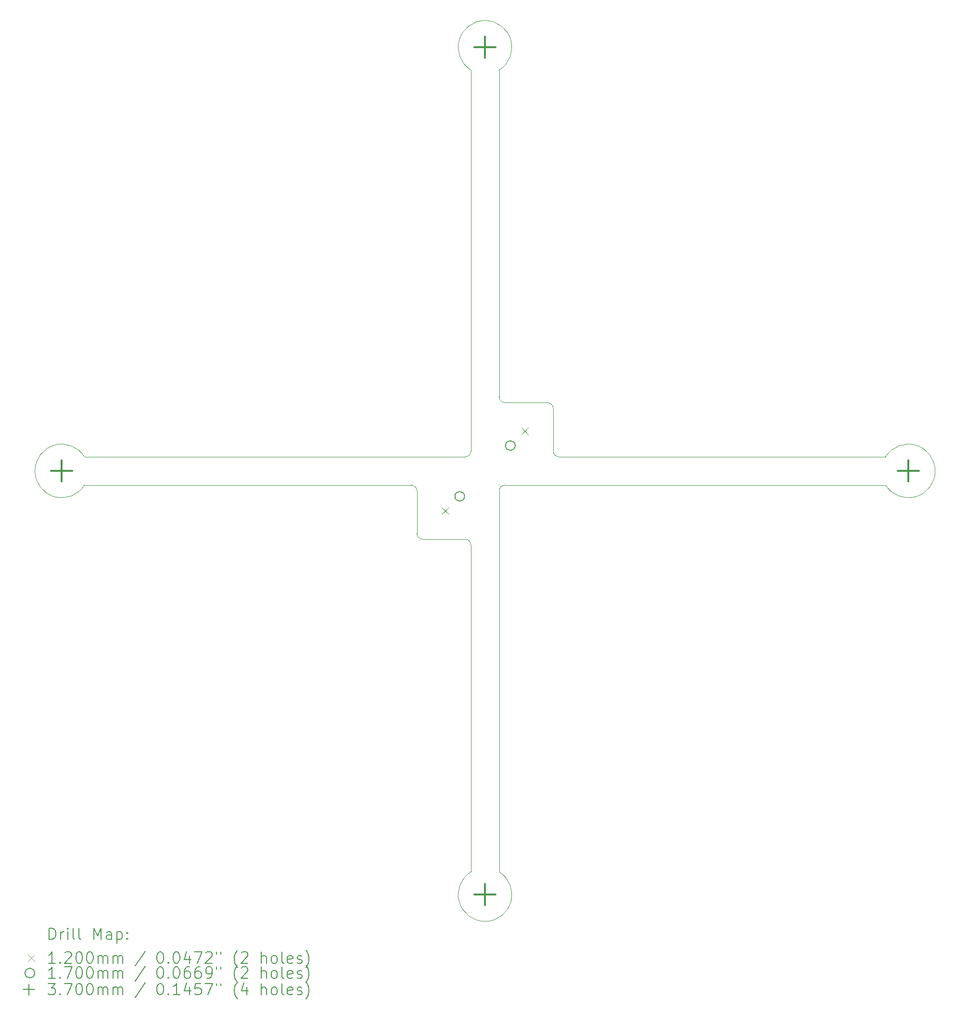
<source format=gbr>
%TF.GenerationSoftware,KiCad,Pcbnew,6.0.9+dfsg-1*%
%TF.CreationDate,2022-11-12T19:52:39+00:00*%
%TF.ProjectId,antenna,616e7465-6e6e-4612-9e6b-696361645f70,rev?*%
%TF.SameCoordinates,Original*%
%TF.FileFunction,Drillmap*%
%TF.FilePolarity,Positive*%
%FSLAX45Y45*%
G04 Gerber Fmt 4.5, Leading zero omitted, Abs format (unit mm)*
G04 Created by KiCad (PCBNEW 6.0.9+dfsg-1) date 2022-11-12 19:52:39*
%MOMM*%
%LPD*%
G01*
G04 APERTURE LIST*
%ADD10C,0.100000*%
%ADD11C,0.200000*%
%ADD12C,0.120000*%
%ADD13C,0.170000*%
%ADD14C,0.370000*%
G04 APERTURE END LIST*
D10*
X13750000Y-11200000D02*
X13750000Y-17900000D01*
X13750000Y-9550000D02*
G75*
G03*
X13850000Y-9650000I100000J0D01*
G01*
X14700000Y-9750000D02*
X14700000Y-10500000D01*
X14700000Y-10500000D02*
G75*
G03*
X14800000Y-10600000I100000J0D01*
G01*
X13250000Y-17900000D02*
G75*
G03*
X13750000Y-17900000I250000J-400000D01*
G01*
X13750000Y-3800000D02*
G75*
G03*
X13250000Y-3800000I-250000J400000D01*
G01*
X13250000Y-10500000D02*
X13250000Y-3800000D01*
X20550000Y-11100000D02*
G75*
G03*
X20550000Y-10600000I400000J250000D01*
G01*
X6450000Y-10600000D02*
G75*
G03*
X6450000Y-11100000I-400000J-250000D01*
G01*
X13250000Y-12150000D02*
G75*
G03*
X13150000Y-12050000I-100000J0D01*
G01*
X12200000Y-11100000D02*
X6450000Y-11100000D01*
X13850000Y-11100000D02*
G75*
G03*
X13750000Y-11200000I0J-100000D01*
G01*
X13150000Y-10600000D02*
G75*
G03*
X13250000Y-10500000I0J100000D01*
G01*
X13750000Y-3800000D02*
X13750000Y-9550000D01*
X20550000Y-11100000D02*
X13850000Y-11100000D01*
X13850000Y-9650000D02*
X14600000Y-9650000D01*
X12300000Y-11950000D02*
X12300000Y-11200000D01*
X12300000Y-11200000D02*
G75*
G03*
X12200000Y-11100000I-100000J0D01*
G01*
X14700000Y-9750000D02*
G75*
G03*
X14600000Y-9650000I-100000J0D01*
G01*
X12300000Y-11950000D02*
G75*
G03*
X12400000Y-12050000I100000J0D01*
G01*
X13150000Y-12050000D02*
X12400000Y-12050000D01*
X14800000Y-10600000D02*
X20550000Y-10600000D01*
X13250000Y-17900000D02*
X13250000Y-12150000D01*
X6450000Y-10600000D02*
X13150000Y-10600000D01*
D11*
D12*
X12740000Y-11490000D02*
X12860000Y-11610000D01*
X12860000Y-11490000D02*
X12740000Y-11610000D01*
X14140000Y-10090000D02*
X14260000Y-10210000D01*
X14260000Y-10090000D02*
X14140000Y-10210000D01*
D13*
X13139000Y-11296000D02*
G75*
G03*
X13139000Y-11296000I-85000J0D01*
G01*
X14031000Y-10404000D02*
G75*
G03*
X14031000Y-10404000I-85000J0D01*
G01*
D14*
X6050000Y-10665000D02*
X6050000Y-11035000D01*
X5865000Y-10850000D02*
X6235000Y-10850000D01*
X13500000Y-3215000D02*
X13500000Y-3585000D01*
X13315000Y-3400000D02*
X13685000Y-3400000D01*
X13500000Y-18115000D02*
X13500000Y-18485000D01*
X13315000Y-18300000D02*
X13685000Y-18300000D01*
X20950000Y-10665000D02*
X20950000Y-11035000D01*
X20765000Y-10850000D02*
X21135000Y-10850000D01*
D11*
X5830920Y-19087175D02*
X5830920Y-18887175D01*
X5878539Y-18887175D01*
X5907110Y-18896699D01*
X5926158Y-18915747D01*
X5935682Y-18934794D01*
X5945206Y-18972890D01*
X5945206Y-19001461D01*
X5935682Y-19039556D01*
X5926158Y-19058604D01*
X5907110Y-19077651D01*
X5878539Y-19087175D01*
X5830920Y-19087175D01*
X6030920Y-19087175D02*
X6030920Y-18953842D01*
X6030920Y-18991937D02*
X6040444Y-18972890D01*
X6049967Y-18963366D01*
X6069015Y-18953842D01*
X6088063Y-18953842D01*
X6154729Y-19087175D02*
X6154729Y-18953842D01*
X6154729Y-18887175D02*
X6145206Y-18896699D01*
X6154729Y-18906223D01*
X6164253Y-18896699D01*
X6154729Y-18887175D01*
X6154729Y-18906223D01*
X6278539Y-19087175D02*
X6259491Y-19077651D01*
X6249967Y-19058604D01*
X6249967Y-18887175D01*
X6383301Y-19087175D02*
X6364253Y-19077651D01*
X6354729Y-19058604D01*
X6354729Y-18887175D01*
X6611872Y-19087175D02*
X6611872Y-18887175D01*
X6678539Y-19030032D01*
X6745206Y-18887175D01*
X6745206Y-19087175D01*
X6926158Y-19087175D02*
X6926158Y-18982413D01*
X6916634Y-18963366D01*
X6897587Y-18953842D01*
X6859491Y-18953842D01*
X6840444Y-18963366D01*
X6926158Y-19077651D02*
X6907110Y-19087175D01*
X6859491Y-19087175D01*
X6840444Y-19077651D01*
X6830920Y-19058604D01*
X6830920Y-19039556D01*
X6840444Y-19020509D01*
X6859491Y-19010985D01*
X6907110Y-19010985D01*
X6926158Y-19001461D01*
X7021396Y-18953842D02*
X7021396Y-19153842D01*
X7021396Y-18963366D02*
X7040444Y-18953842D01*
X7078539Y-18953842D01*
X7097587Y-18963366D01*
X7107110Y-18972890D01*
X7116634Y-18991937D01*
X7116634Y-19049080D01*
X7107110Y-19068128D01*
X7097587Y-19077651D01*
X7078539Y-19087175D01*
X7040444Y-19087175D01*
X7021396Y-19077651D01*
X7202348Y-19068128D02*
X7211872Y-19077651D01*
X7202348Y-19087175D01*
X7192825Y-19077651D01*
X7202348Y-19068128D01*
X7202348Y-19087175D01*
X7202348Y-18963366D02*
X7211872Y-18972890D01*
X7202348Y-18982413D01*
X7192825Y-18972890D01*
X7202348Y-18963366D01*
X7202348Y-18982413D01*
D12*
X5453301Y-19356699D02*
X5573301Y-19476699D01*
X5573301Y-19356699D02*
X5453301Y-19476699D01*
D11*
X5935682Y-19507175D02*
X5821396Y-19507175D01*
X5878539Y-19507175D02*
X5878539Y-19307175D01*
X5859491Y-19335747D01*
X5840444Y-19354794D01*
X5821396Y-19364318D01*
X6021396Y-19488128D02*
X6030920Y-19497651D01*
X6021396Y-19507175D01*
X6011872Y-19497651D01*
X6021396Y-19488128D01*
X6021396Y-19507175D01*
X6107110Y-19326223D02*
X6116634Y-19316699D01*
X6135682Y-19307175D01*
X6183301Y-19307175D01*
X6202348Y-19316699D01*
X6211872Y-19326223D01*
X6221396Y-19345271D01*
X6221396Y-19364318D01*
X6211872Y-19392890D01*
X6097587Y-19507175D01*
X6221396Y-19507175D01*
X6345206Y-19307175D02*
X6364253Y-19307175D01*
X6383301Y-19316699D01*
X6392825Y-19326223D01*
X6402348Y-19345271D01*
X6411872Y-19383366D01*
X6411872Y-19430985D01*
X6402348Y-19469080D01*
X6392825Y-19488128D01*
X6383301Y-19497651D01*
X6364253Y-19507175D01*
X6345206Y-19507175D01*
X6326158Y-19497651D01*
X6316634Y-19488128D01*
X6307110Y-19469080D01*
X6297587Y-19430985D01*
X6297587Y-19383366D01*
X6307110Y-19345271D01*
X6316634Y-19326223D01*
X6326158Y-19316699D01*
X6345206Y-19307175D01*
X6535682Y-19307175D02*
X6554729Y-19307175D01*
X6573777Y-19316699D01*
X6583301Y-19326223D01*
X6592825Y-19345271D01*
X6602348Y-19383366D01*
X6602348Y-19430985D01*
X6592825Y-19469080D01*
X6583301Y-19488128D01*
X6573777Y-19497651D01*
X6554729Y-19507175D01*
X6535682Y-19507175D01*
X6516634Y-19497651D01*
X6507110Y-19488128D01*
X6497587Y-19469080D01*
X6488063Y-19430985D01*
X6488063Y-19383366D01*
X6497587Y-19345271D01*
X6507110Y-19326223D01*
X6516634Y-19316699D01*
X6535682Y-19307175D01*
X6688063Y-19507175D02*
X6688063Y-19373842D01*
X6688063Y-19392890D02*
X6697587Y-19383366D01*
X6716634Y-19373842D01*
X6745206Y-19373842D01*
X6764253Y-19383366D01*
X6773777Y-19402413D01*
X6773777Y-19507175D01*
X6773777Y-19402413D02*
X6783301Y-19383366D01*
X6802348Y-19373842D01*
X6830920Y-19373842D01*
X6849967Y-19383366D01*
X6859491Y-19402413D01*
X6859491Y-19507175D01*
X6954729Y-19507175D02*
X6954729Y-19373842D01*
X6954729Y-19392890D02*
X6964253Y-19383366D01*
X6983301Y-19373842D01*
X7011872Y-19373842D01*
X7030920Y-19383366D01*
X7040444Y-19402413D01*
X7040444Y-19507175D01*
X7040444Y-19402413D02*
X7049967Y-19383366D01*
X7069015Y-19373842D01*
X7097587Y-19373842D01*
X7116634Y-19383366D01*
X7126158Y-19402413D01*
X7126158Y-19507175D01*
X7516634Y-19297651D02*
X7345206Y-19554794D01*
X7773777Y-19307175D02*
X7792825Y-19307175D01*
X7811872Y-19316699D01*
X7821396Y-19326223D01*
X7830920Y-19345271D01*
X7840444Y-19383366D01*
X7840444Y-19430985D01*
X7830920Y-19469080D01*
X7821396Y-19488128D01*
X7811872Y-19497651D01*
X7792825Y-19507175D01*
X7773777Y-19507175D01*
X7754729Y-19497651D01*
X7745206Y-19488128D01*
X7735682Y-19469080D01*
X7726158Y-19430985D01*
X7726158Y-19383366D01*
X7735682Y-19345271D01*
X7745206Y-19326223D01*
X7754729Y-19316699D01*
X7773777Y-19307175D01*
X7926158Y-19488128D02*
X7935682Y-19497651D01*
X7926158Y-19507175D01*
X7916634Y-19497651D01*
X7926158Y-19488128D01*
X7926158Y-19507175D01*
X8059491Y-19307175D02*
X8078539Y-19307175D01*
X8097587Y-19316699D01*
X8107110Y-19326223D01*
X8116634Y-19345271D01*
X8126158Y-19383366D01*
X8126158Y-19430985D01*
X8116634Y-19469080D01*
X8107110Y-19488128D01*
X8097587Y-19497651D01*
X8078539Y-19507175D01*
X8059491Y-19507175D01*
X8040444Y-19497651D01*
X8030920Y-19488128D01*
X8021396Y-19469080D01*
X8011872Y-19430985D01*
X8011872Y-19383366D01*
X8021396Y-19345271D01*
X8030920Y-19326223D01*
X8040444Y-19316699D01*
X8059491Y-19307175D01*
X8297587Y-19373842D02*
X8297587Y-19507175D01*
X8249967Y-19297651D02*
X8202348Y-19440509D01*
X8326158Y-19440509D01*
X8383301Y-19307175D02*
X8516634Y-19307175D01*
X8430920Y-19507175D01*
X8583301Y-19326223D02*
X8592825Y-19316699D01*
X8611872Y-19307175D01*
X8659491Y-19307175D01*
X8678539Y-19316699D01*
X8688063Y-19326223D01*
X8697587Y-19345271D01*
X8697587Y-19364318D01*
X8688063Y-19392890D01*
X8573777Y-19507175D01*
X8697587Y-19507175D01*
X8773777Y-19307175D02*
X8773777Y-19345271D01*
X8849968Y-19307175D02*
X8849968Y-19345271D01*
X9145206Y-19583366D02*
X9135682Y-19573842D01*
X9116634Y-19545271D01*
X9107110Y-19526223D01*
X9097587Y-19497651D01*
X9088063Y-19450032D01*
X9088063Y-19411937D01*
X9097587Y-19364318D01*
X9107110Y-19335747D01*
X9116634Y-19316699D01*
X9135682Y-19288128D01*
X9145206Y-19278604D01*
X9211872Y-19326223D02*
X9221396Y-19316699D01*
X9240444Y-19307175D01*
X9288063Y-19307175D01*
X9307110Y-19316699D01*
X9316634Y-19326223D01*
X9326158Y-19345271D01*
X9326158Y-19364318D01*
X9316634Y-19392890D01*
X9202349Y-19507175D01*
X9326158Y-19507175D01*
X9564253Y-19507175D02*
X9564253Y-19307175D01*
X9649968Y-19507175D02*
X9649968Y-19402413D01*
X9640444Y-19383366D01*
X9621396Y-19373842D01*
X9592825Y-19373842D01*
X9573777Y-19383366D01*
X9564253Y-19392890D01*
X9773777Y-19507175D02*
X9754729Y-19497651D01*
X9745206Y-19488128D01*
X9735682Y-19469080D01*
X9735682Y-19411937D01*
X9745206Y-19392890D01*
X9754729Y-19383366D01*
X9773777Y-19373842D01*
X9802349Y-19373842D01*
X9821396Y-19383366D01*
X9830920Y-19392890D01*
X9840444Y-19411937D01*
X9840444Y-19469080D01*
X9830920Y-19488128D01*
X9821396Y-19497651D01*
X9802349Y-19507175D01*
X9773777Y-19507175D01*
X9954729Y-19507175D02*
X9935682Y-19497651D01*
X9926158Y-19478604D01*
X9926158Y-19307175D01*
X10107110Y-19497651D02*
X10088063Y-19507175D01*
X10049968Y-19507175D01*
X10030920Y-19497651D01*
X10021396Y-19478604D01*
X10021396Y-19402413D01*
X10030920Y-19383366D01*
X10049968Y-19373842D01*
X10088063Y-19373842D01*
X10107110Y-19383366D01*
X10116634Y-19402413D01*
X10116634Y-19421461D01*
X10021396Y-19440509D01*
X10192825Y-19497651D02*
X10211872Y-19507175D01*
X10249968Y-19507175D01*
X10269015Y-19497651D01*
X10278539Y-19478604D01*
X10278539Y-19469080D01*
X10269015Y-19450032D01*
X10249968Y-19440509D01*
X10221396Y-19440509D01*
X10202349Y-19430985D01*
X10192825Y-19411937D01*
X10192825Y-19402413D01*
X10202349Y-19383366D01*
X10221396Y-19373842D01*
X10249968Y-19373842D01*
X10269015Y-19383366D01*
X10345206Y-19583366D02*
X10354729Y-19573842D01*
X10373777Y-19545271D01*
X10383301Y-19526223D01*
X10392825Y-19497651D01*
X10402349Y-19450032D01*
X10402349Y-19411937D01*
X10392825Y-19364318D01*
X10383301Y-19335747D01*
X10373777Y-19316699D01*
X10354729Y-19288128D01*
X10345206Y-19278604D01*
D13*
X5573301Y-19680699D02*
G75*
G03*
X5573301Y-19680699I-85000J0D01*
G01*
D11*
X5935682Y-19771175D02*
X5821396Y-19771175D01*
X5878539Y-19771175D02*
X5878539Y-19571175D01*
X5859491Y-19599747D01*
X5840444Y-19618794D01*
X5821396Y-19628318D01*
X6021396Y-19752128D02*
X6030920Y-19761651D01*
X6021396Y-19771175D01*
X6011872Y-19761651D01*
X6021396Y-19752128D01*
X6021396Y-19771175D01*
X6097587Y-19571175D02*
X6230920Y-19571175D01*
X6145206Y-19771175D01*
X6345206Y-19571175D02*
X6364253Y-19571175D01*
X6383301Y-19580699D01*
X6392825Y-19590223D01*
X6402348Y-19609271D01*
X6411872Y-19647366D01*
X6411872Y-19694985D01*
X6402348Y-19733080D01*
X6392825Y-19752128D01*
X6383301Y-19761651D01*
X6364253Y-19771175D01*
X6345206Y-19771175D01*
X6326158Y-19761651D01*
X6316634Y-19752128D01*
X6307110Y-19733080D01*
X6297587Y-19694985D01*
X6297587Y-19647366D01*
X6307110Y-19609271D01*
X6316634Y-19590223D01*
X6326158Y-19580699D01*
X6345206Y-19571175D01*
X6535682Y-19571175D02*
X6554729Y-19571175D01*
X6573777Y-19580699D01*
X6583301Y-19590223D01*
X6592825Y-19609271D01*
X6602348Y-19647366D01*
X6602348Y-19694985D01*
X6592825Y-19733080D01*
X6583301Y-19752128D01*
X6573777Y-19761651D01*
X6554729Y-19771175D01*
X6535682Y-19771175D01*
X6516634Y-19761651D01*
X6507110Y-19752128D01*
X6497587Y-19733080D01*
X6488063Y-19694985D01*
X6488063Y-19647366D01*
X6497587Y-19609271D01*
X6507110Y-19590223D01*
X6516634Y-19580699D01*
X6535682Y-19571175D01*
X6688063Y-19771175D02*
X6688063Y-19637842D01*
X6688063Y-19656890D02*
X6697587Y-19647366D01*
X6716634Y-19637842D01*
X6745206Y-19637842D01*
X6764253Y-19647366D01*
X6773777Y-19666413D01*
X6773777Y-19771175D01*
X6773777Y-19666413D02*
X6783301Y-19647366D01*
X6802348Y-19637842D01*
X6830920Y-19637842D01*
X6849967Y-19647366D01*
X6859491Y-19666413D01*
X6859491Y-19771175D01*
X6954729Y-19771175D02*
X6954729Y-19637842D01*
X6954729Y-19656890D02*
X6964253Y-19647366D01*
X6983301Y-19637842D01*
X7011872Y-19637842D01*
X7030920Y-19647366D01*
X7040444Y-19666413D01*
X7040444Y-19771175D01*
X7040444Y-19666413D02*
X7049967Y-19647366D01*
X7069015Y-19637842D01*
X7097587Y-19637842D01*
X7116634Y-19647366D01*
X7126158Y-19666413D01*
X7126158Y-19771175D01*
X7516634Y-19561651D02*
X7345206Y-19818794D01*
X7773777Y-19571175D02*
X7792825Y-19571175D01*
X7811872Y-19580699D01*
X7821396Y-19590223D01*
X7830920Y-19609271D01*
X7840444Y-19647366D01*
X7840444Y-19694985D01*
X7830920Y-19733080D01*
X7821396Y-19752128D01*
X7811872Y-19761651D01*
X7792825Y-19771175D01*
X7773777Y-19771175D01*
X7754729Y-19761651D01*
X7745206Y-19752128D01*
X7735682Y-19733080D01*
X7726158Y-19694985D01*
X7726158Y-19647366D01*
X7735682Y-19609271D01*
X7745206Y-19590223D01*
X7754729Y-19580699D01*
X7773777Y-19571175D01*
X7926158Y-19752128D02*
X7935682Y-19761651D01*
X7926158Y-19771175D01*
X7916634Y-19761651D01*
X7926158Y-19752128D01*
X7926158Y-19771175D01*
X8059491Y-19571175D02*
X8078539Y-19571175D01*
X8097587Y-19580699D01*
X8107110Y-19590223D01*
X8116634Y-19609271D01*
X8126158Y-19647366D01*
X8126158Y-19694985D01*
X8116634Y-19733080D01*
X8107110Y-19752128D01*
X8097587Y-19761651D01*
X8078539Y-19771175D01*
X8059491Y-19771175D01*
X8040444Y-19761651D01*
X8030920Y-19752128D01*
X8021396Y-19733080D01*
X8011872Y-19694985D01*
X8011872Y-19647366D01*
X8021396Y-19609271D01*
X8030920Y-19590223D01*
X8040444Y-19580699D01*
X8059491Y-19571175D01*
X8297587Y-19571175D02*
X8259491Y-19571175D01*
X8240444Y-19580699D01*
X8230920Y-19590223D01*
X8211872Y-19618794D01*
X8202348Y-19656890D01*
X8202348Y-19733080D01*
X8211872Y-19752128D01*
X8221396Y-19761651D01*
X8240444Y-19771175D01*
X8278539Y-19771175D01*
X8297587Y-19761651D01*
X8307110Y-19752128D01*
X8316634Y-19733080D01*
X8316634Y-19685461D01*
X8307110Y-19666413D01*
X8297587Y-19656890D01*
X8278539Y-19647366D01*
X8240444Y-19647366D01*
X8221396Y-19656890D01*
X8211872Y-19666413D01*
X8202348Y-19685461D01*
X8488063Y-19571175D02*
X8449968Y-19571175D01*
X8430920Y-19580699D01*
X8421396Y-19590223D01*
X8402349Y-19618794D01*
X8392825Y-19656890D01*
X8392825Y-19733080D01*
X8402349Y-19752128D01*
X8411872Y-19761651D01*
X8430920Y-19771175D01*
X8469015Y-19771175D01*
X8488063Y-19761651D01*
X8497587Y-19752128D01*
X8507110Y-19733080D01*
X8507110Y-19685461D01*
X8497587Y-19666413D01*
X8488063Y-19656890D01*
X8469015Y-19647366D01*
X8430920Y-19647366D01*
X8411872Y-19656890D01*
X8402349Y-19666413D01*
X8392825Y-19685461D01*
X8602349Y-19771175D02*
X8640444Y-19771175D01*
X8659491Y-19761651D01*
X8669015Y-19752128D01*
X8688063Y-19723556D01*
X8697587Y-19685461D01*
X8697587Y-19609271D01*
X8688063Y-19590223D01*
X8678539Y-19580699D01*
X8659491Y-19571175D01*
X8621396Y-19571175D01*
X8602349Y-19580699D01*
X8592825Y-19590223D01*
X8583301Y-19609271D01*
X8583301Y-19656890D01*
X8592825Y-19675937D01*
X8602349Y-19685461D01*
X8621396Y-19694985D01*
X8659491Y-19694985D01*
X8678539Y-19685461D01*
X8688063Y-19675937D01*
X8697587Y-19656890D01*
X8773777Y-19571175D02*
X8773777Y-19609271D01*
X8849968Y-19571175D02*
X8849968Y-19609271D01*
X9145206Y-19847366D02*
X9135682Y-19837842D01*
X9116634Y-19809271D01*
X9107110Y-19790223D01*
X9097587Y-19761651D01*
X9088063Y-19714032D01*
X9088063Y-19675937D01*
X9097587Y-19628318D01*
X9107110Y-19599747D01*
X9116634Y-19580699D01*
X9135682Y-19552128D01*
X9145206Y-19542604D01*
X9211872Y-19590223D02*
X9221396Y-19580699D01*
X9240444Y-19571175D01*
X9288063Y-19571175D01*
X9307110Y-19580699D01*
X9316634Y-19590223D01*
X9326158Y-19609271D01*
X9326158Y-19628318D01*
X9316634Y-19656890D01*
X9202349Y-19771175D01*
X9326158Y-19771175D01*
X9564253Y-19771175D02*
X9564253Y-19571175D01*
X9649968Y-19771175D02*
X9649968Y-19666413D01*
X9640444Y-19647366D01*
X9621396Y-19637842D01*
X9592825Y-19637842D01*
X9573777Y-19647366D01*
X9564253Y-19656890D01*
X9773777Y-19771175D02*
X9754729Y-19761651D01*
X9745206Y-19752128D01*
X9735682Y-19733080D01*
X9735682Y-19675937D01*
X9745206Y-19656890D01*
X9754729Y-19647366D01*
X9773777Y-19637842D01*
X9802349Y-19637842D01*
X9821396Y-19647366D01*
X9830920Y-19656890D01*
X9840444Y-19675937D01*
X9840444Y-19733080D01*
X9830920Y-19752128D01*
X9821396Y-19761651D01*
X9802349Y-19771175D01*
X9773777Y-19771175D01*
X9954729Y-19771175D02*
X9935682Y-19761651D01*
X9926158Y-19742604D01*
X9926158Y-19571175D01*
X10107110Y-19761651D02*
X10088063Y-19771175D01*
X10049968Y-19771175D01*
X10030920Y-19761651D01*
X10021396Y-19742604D01*
X10021396Y-19666413D01*
X10030920Y-19647366D01*
X10049968Y-19637842D01*
X10088063Y-19637842D01*
X10107110Y-19647366D01*
X10116634Y-19666413D01*
X10116634Y-19685461D01*
X10021396Y-19704509D01*
X10192825Y-19761651D02*
X10211872Y-19771175D01*
X10249968Y-19771175D01*
X10269015Y-19761651D01*
X10278539Y-19742604D01*
X10278539Y-19733080D01*
X10269015Y-19714032D01*
X10249968Y-19704509D01*
X10221396Y-19704509D01*
X10202349Y-19694985D01*
X10192825Y-19675937D01*
X10192825Y-19666413D01*
X10202349Y-19647366D01*
X10221396Y-19637842D01*
X10249968Y-19637842D01*
X10269015Y-19647366D01*
X10345206Y-19847366D02*
X10354729Y-19837842D01*
X10373777Y-19809271D01*
X10383301Y-19790223D01*
X10392825Y-19761651D01*
X10402349Y-19714032D01*
X10402349Y-19675937D01*
X10392825Y-19628318D01*
X10383301Y-19599747D01*
X10373777Y-19580699D01*
X10354729Y-19552128D01*
X10345206Y-19542604D01*
X5473301Y-19870699D02*
X5473301Y-20070699D01*
X5373301Y-19970699D02*
X5573301Y-19970699D01*
X5811872Y-19861175D02*
X5935682Y-19861175D01*
X5869015Y-19937366D01*
X5897587Y-19937366D01*
X5916634Y-19946890D01*
X5926158Y-19956413D01*
X5935682Y-19975461D01*
X5935682Y-20023080D01*
X5926158Y-20042128D01*
X5916634Y-20051651D01*
X5897587Y-20061175D01*
X5840444Y-20061175D01*
X5821396Y-20051651D01*
X5811872Y-20042128D01*
X6021396Y-20042128D02*
X6030920Y-20051651D01*
X6021396Y-20061175D01*
X6011872Y-20051651D01*
X6021396Y-20042128D01*
X6021396Y-20061175D01*
X6097587Y-19861175D02*
X6230920Y-19861175D01*
X6145206Y-20061175D01*
X6345206Y-19861175D02*
X6364253Y-19861175D01*
X6383301Y-19870699D01*
X6392825Y-19880223D01*
X6402348Y-19899271D01*
X6411872Y-19937366D01*
X6411872Y-19984985D01*
X6402348Y-20023080D01*
X6392825Y-20042128D01*
X6383301Y-20051651D01*
X6364253Y-20061175D01*
X6345206Y-20061175D01*
X6326158Y-20051651D01*
X6316634Y-20042128D01*
X6307110Y-20023080D01*
X6297587Y-19984985D01*
X6297587Y-19937366D01*
X6307110Y-19899271D01*
X6316634Y-19880223D01*
X6326158Y-19870699D01*
X6345206Y-19861175D01*
X6535682Y-19861175D02*
X6554729Y-19861175D01*
X6573777Y-19870699D01*
X6583301Y-19880223D01*
X6592825Y-19899271D01*
X6602348Y-19937366D01*
X6602348Y-19984985D01*
X6592825Y-20023080D01*
X6583301Y-20042128D01*
X6573777Y-20051651D01*
X6554729Y-20061175D01*
X6535682Y-20061175D01*
X6516634Y-20051651D01*
X6507110Y-20042128D01*
X6497587Y-20023080D01*
X6488063Y-19984985D01*
X6488063Y-19937366D01*
X6497587Y-19899271D01*
X6507110Y-19880223D01*
X6516634Y-19870699D01*
X6535682Y-19861175D01*
X6688063Y-20061175D02*
X6688063Y-19927842D01*
X6688063Y-19946890D02*
X6697587Y-19937366D01*
X6716634Y-19927842D01*
X6745206Y-19927842D01*
X6764253Y-19937366D01*
X6773777Y-19956413D01*
X6773777Y-20061175D01*
X6773777Y-19956413D02*
X6783301Y-19937366D01*
X6802348Y-19927842D01*
X6830920Y-19927842D01*
X6849967Y-19937366D01*
X6859491Y-19956413D01*
X6859491Y-20061175D01*
X6954729Y-20061175D02*
X6954729Y-19927842D01*
X6954729Y-19946890D02*
X6964253Y-19937366D01*
X6983301Y-19927842D01*
X7011872Y-19927842D01*
X7030920Y-19937366D01*
X7040444Y-19956413D01*
X7040444Y-20061175D01*
X7040444Y-19956413D02*
X7049967Y-19937366D01*
X7069015Y-19927842D01*
X7097587Y-19927842D01*
X7116634Y-19937366D01*
X7126158Y-19956413D01*
X7126158Y-20061175D01*
X7516634Y-19851651D02*
X7345206Y-20108794D01*
X7773777Y-19861175D02*
X7792825Y-19861175D01*
X7811872Y-19870699D01*
X7821396Y-19880223D01*
X7830920Y-19899271D01*
X7840444Y-19937366D01*
X7840444Y-19984985D01*
X7830920Y-20023080D01*
X7821396Y-20042128D01*
X7811872Y-20051651D01*
X7792825Y-20061175D01*
X7773777Y-20061175D01*
X7754729Y-20051651D01*
X7745206Y-20042128D01*
X7735682Y-20023080D01*
X7726158Y-19984985D01*
X7726158Y-19937366D01*
X7735682Y-19899271D01*
X7745206Y-19880223D01*
X7754729Y-19870699D01*
X7773777Y-19861175D01*
X7926158Y-20042128D02*
X7935682Y-20051651D01*
X7926158Y-20061175D01*
X7916634Y-20051651D01*
X7926158Y-20042128D01*
X7926158Y-20061175D01*
X8126158Y-20061175D02*
X8011872Y-20061175D01*
X8069015Y-20061175D02*
X8069015Y-19861175D01*
X8049967Y-19889747D01*
X8030920Y-19908794D01*
X8011872Y-19918318D01*
X8297587Y-19927842D02*
X8297587Y-20061175D01*
X8249967Y-19851651D02*
X8202348Y-19994509D01*
X8326158Y-19994509D01*
X8497587Y-19861175D02*
X8402349Y-19861175D01*
X8392825Y-19956413D01*
X8402349Y-19946890D01*
X8421396Y-19937366D01*
X8469015Y-19937366D01*
X8488063Y-19946890D01*
X8497587Y-19956413D01*
X8507110Y-19975461D01*
X8507110Y-20023080D01*
X8497587Y-20042128D01*
X8488063Y-20051651D01*
X8469015Y-20061175D01*
X8421396Y-20061175D01*
X8402349Y-20051651D01*
X8392825Y-20042128D01*
X8573777Y-19861175D02*
X8707110Y-19861175D01*
X8621396Y-20061175D01*
X8773777Y-19861175D02*
X8773777Y-19899271D01*
X8849968Y-19861175D02*
X8849968Y-19899271D01*
X9145206Y-20137366D02*
X9135682Y-20127842D01*
X9116634Y-20099271D01*
X9107110Y-20080223D01*
X9097587Y-20051651D01*
X9088063Y-20004032D01*
X9088063Y-19965937D01*
X9097587Y-19918318D01*
X9107110Y-19889747D01*
X9116634Y-19870699D01*
X9135682Y-19842128D01*
X9145206Y-19832604D01*
X9307110Y-19927842D02*
X9307110Y-20061175D01*
X9259491Y-19851651D02*
X9211872Y-19994509D01*
X9335682Y-19994509D01*
X9564253Y-20061175D02*
X9564253Y-19861175D01*
X9649968Y-20061175D02*
X9649968Y-19956413D01*
X9640444Y-19937366D01*
X9621396Y-19927842D01*
X9592825Y-19927842D01*
X9573777Y-19937366D01*
X9564253Y-19946890D01*
X9773777Y-20061175D02*
X9754729Y-20051651D01*
X9745206Y-20042128D01*
X9735682Y-20023080D01*
X9735682Y-19965937D01*
X9745206Y-19946890D01*
X9754729Y-19937366D01*
X9773777Y-19927842D01*
X9802349Y-19927842D01*
X9821396Y-19937366D01*
X9830920Y-19946890D01*
X9840444Y-19965937D01*
X9840444Y-20023080D01*
X9830920Y-20042128D01*
X9821396Y-20051651D01*
X9802349Y-20061175D01*
X9773777Y-20061175D01*
X9954729Y-20061175D02*
X9935682Y-20051651D01*
X9926158Y-20032604D01*
X9926158Y-19861175D01*
X10107110Y-20051651D02*
X10088063Y-20061175D01*
X10049968Y-20061175D01*
X10030920Y-20051651D01*
X10021396Y-20032604D01*
X10021396Y-19956413D01*
X10030920Y-19937366D01*
X10049968Y-19927842D01*
X10088063Y-19927842D01*
X10107110Y-19937366D01*
X10116634Y-19956413D01*
X10116634Y-19975461D01*
X10021396Y-19994509D01*
X10192825Y-20051651D02*
X10211872Y-20061175D01*
X10249968Y-20061175D01*
X10269015Y-20051651D01*
X10278539Y-20032604D01*
X10278539Y-20023080D01*
X10269015Y-20004032D01*
X10249968Y-19994509D01*
X10221396Y-19994509D01*
X10202349Y-19984985D01*
X10192825Y-19965937D01*
X10192825Y-19956413D01*
X10202349Y-19937366D01*
X10221396Y-19927842D01*
X10249968Y-19927842D01*
X10269015Y-19937366D01*
X10345206Y-20137366D02*
X10354729Y-20127842D01*
X10373777Y-20099271D01*
X10383301Y-20080223D01*
X10392825Y-20051651D01*
X10402349Y-20004032D01*
X10402349Y-19965937D01*
X10392825Y-19918318D01*
X10383301Y-19889747D01*
X10373777Y-19870699D01*
X10354729Y-19842128D01*
X10345206Y-19832604D01*
M02*

</source>
